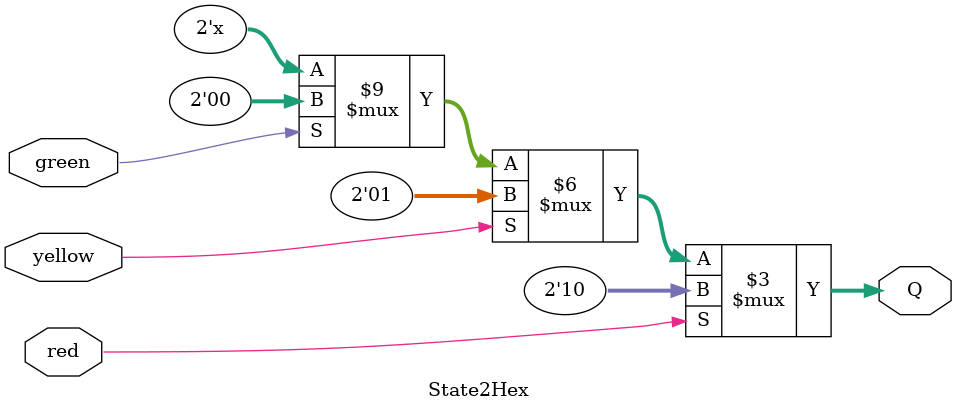
<source format=v>
module State2Hex(green, yellow, red, Q);
	input green, yellow, red;
	
	output reg [1:0] Q;
	
	always @ (*) begin
		if (green) 	Q = 2'b00;
		if (yellow) Q = 2'b01;
		if (red) 	Q = 2'b10;
	end	

endmodule
</source>
